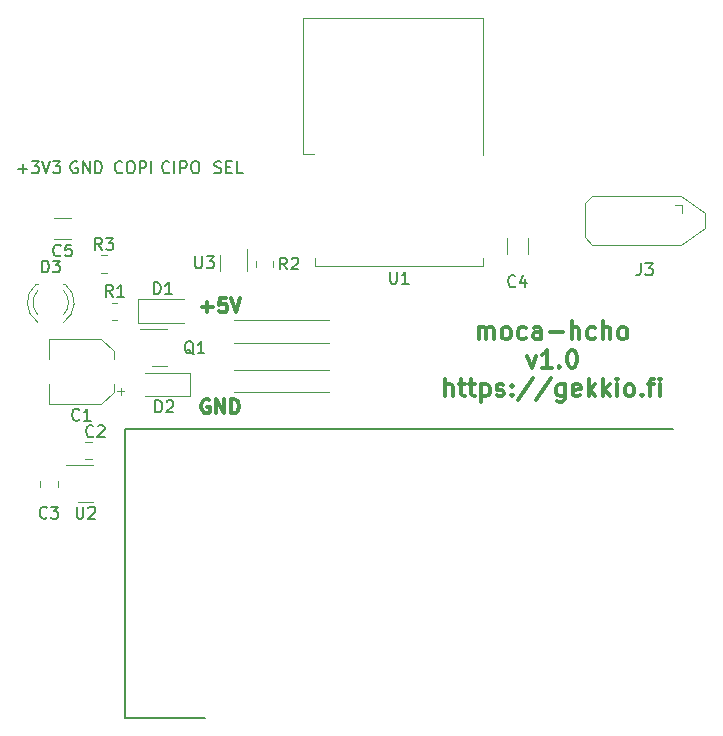
<source format=gbr>
%TF.GenerationSoftware,KiCad,Pcbnew,6.0.0-d3dd2cf0fa~116~ubuntu21.10.1*%
%TF.CreationDate,2022-01-01T15:31:35+02:00*%
%TF.ProjectId,moca-hcho,6d6f6361-2d68-4636-986f-2e6b69636164,v1.0*%
%TF.SameCoordinates,Original*%
%TF.FileFunction,Legend,Top*%
%TF.FilePolarity,Positive*%
%FSLAX46Y46*%
G04 Gerber Fmt 4.6, Leading zero omitted, Abs format (unit mm)*
G04 Created by KiCad (PCBNEW 6.0.0-d3dd2cf0fa~116~ubuntu21.10.1) date 2022-01-01 15:31:35*
%MOMM*%
%LPD*%
G01*
G04 APERTURE LIST*
%ADD10C,0.150000*%
%ADD11C,0.300000*%
%ADD12C,0.120000*%
G04 APERTURE END LIST*
D10*
X76800000Y-127200000D02*
X83600000Y-127200000D01*
X76800000Y-102800000D02*
X76800000Y-127200000D01*
X76800000Y-102800000D02*
X123200000Y-102800000D01*
D11*
X83935714Y-100300000D02*
X83821428Y-100242857D01*
X83650000Y-100242857D01*
X83478571Y-100300000D01*
X83364285Y-100414285D01*
X83307142Y-100528571D01*
X83250000Y-100757142D01*
X83250000Y-100928571D01*
X83307142Y-101157142D01*
X83364285Y-101271428D01*
X83478571Y-101385714D01*
X83650000Y-101442857D01*
X83764285Y-101442857D01*
X83935714Y-101385714D01*
X83992857Y-101328571D01*
X83992857Y-100928571D01*
X83764285Y-100928571D01*
X84507142Y-101442857D02*
X84507142Y-100242857D01*
X85192857Y-101442857D01*
X85192857Y-100242857D01*
X85764285Y-101442857D02*
X85764285Y-100242857D01*
X86050000Y-100242857D01*
X86221428Y-100300000D01*
X86335714Y-100414285D01*
X86392857Y-100528571D01*
X86450000Y-100757142D01*
X86450000Y-100928571D01*
X86392857Y-101157142D01*
X86335714Y-101271428D01*
X86221428Y-101385714D01*
X86050000Y-101442857D01*
X85764285Y-101442857D01*
D10*
X67738095Y-80721428D02*
X68500000Y-80721428D01*
X68119047Y-81102380D02*
X68119047Y-80340476D01*
X68880952Y-80102380D02*
X69500000Y-80102380D01*
X69166666Y-80483333D01*
X69309523Y-80483333D01*
X69404761Y-80530952D01*
X69452380Y-80578571D01*
X69500000Y-80673809D01*
X69500000Y-80911904D01*
X69452380Y-81007142D01*
X69404761Y-81054761D01*
X69309523Y-81102380D01*
X69023809Y-81102380D01*
X68928571Y-81054761D01*
X68880952Y-81007142D01*
X69785714Y-80102380D02*
X70119047Y-81102380D01*
X70452380Y-80102380D01*
X70690476Y-80102380D02*
X71309523Y-80102380D01*
X70976190Y-80483333D01*
X71119047Y-80483333D01*
X71214285Y-80530952D01*
X71261904Y-80578571D01*
X71309523Y-80673809D01*
X71309523Y-80911904D01*
X71261904Y-81007142D01*
X71214285Y-81054761D01*
X71119047Y-81102380D01*
X70833333Y-81102380D01*
X70738095Y-81054761D01*
X70690476Y-81007142D01*
X72738095Y-80150000D02*
X72642857Y-80102380D01*
X72500000Y-80102380D01*
X72357142Y-80150000D01*
X72261904Y-80245238D01*
X72214285Y-80340476D01*
X72166666Y-80530952D01*
X72166666Y-80673809D01*
X72214285Y-80864285D01*
X72261904Y-80959523D01*
X72357142Y-81054761D01*
X72500000Y-81102380D01*
X72595238Y-81102380D01*
X72738095Y-81054761D01*
X72785714Y-81007142D01*
X72785714Y-80673809D01*
X72595238Y-80673809D01*
X73214285Y-81102380D02*
X73214285Y-80102380D01*
X73785714Y-81102380D01*
X73785714Y-80102380D01*
X74261904Y-81102380D02*
X74261904Y-80102380D01*
X74500000Y-80102380D01*
X74642857Y-80150000D01*
X74738095Y-80245238D01*
X74785714Y-80340476D01*
X74833333Y-80530952D01*
X74833333Y-80673809D01*
X74785714Y-80864285D01*
X74738095Y-80959523D01*
X74642857Y-81054761D01*
X74500000Y-81102380D01*
X74261904Y-81102380D01*
X80547619Y-81007142D02*
X80500000Y-81054761D01*
X80357142Y-81102380D01*
X80261904Y-81102380D01*
X80119047Y-81054761D01*
X80023809Y-80959523D01*
X79976190Y-80864285D01*
X79928571Y-80673809D01*
X79928571Y-80530952D01*
X79976190Y-80340476D01*
X80023809Y-80245238D01*
X80119047Y-80150000D01*
X80261904Y-80102380D01*
X80357142Y-80102380D01*
X80500000Y-80150000D01*
X80547619Y-80197619D01*
X80976190Y-81102380D02*
X80976190Y-80102380D01*
X81452380Y-81102380D02*
X81452380Y-80102380D01*
X81833333Y-80102380D01*
X81928571Y-80150000D01*
X81976190Y-80197619D01*
X82023809Y-80292857D01*
X82023809Y-80435714D01*
X81976190Y-80530952D01*
X81928571Y-80578571D01*
X81833333Y-80626190D01*
X81452380Y-80626190D01*
X82642857Y-80102380D02*
X82833333Y-80102380D01*
X82928571Y-80150000D01*
X83023809Y-80245238D01*
X83071428Y-80435714D01*
X83071428Y-80769047D01*
X83023809Y-80959523D01*
X82928571Y-81054761D01*
X82833333Y-81102380D01*
X82642857Y-81102380D01*
X82547619Y-81054761D01*
X82452380Y-80959523D01*
X82404761Y-80769047D01*
X82404761Y-80435714D01*
X82452380Y-80245238D01*
X82547619Y-80150000D01*
X82642857Y-80102380D01*
D11*
X106750000Y-95163571D02*
X106750000Y-94163571D01*
X106750000Y-94306428D02*
X106821428Y-94235000D01*
X106964285Y-94163571D01*
X107178571Y-94163571D01*
X107321428Y-94235000D01*
X107392857Y-94377857D01*
X107392857Y-95163571D01*
X107392857Y-94377857D02*
X107464285Y-94235000D01*
X107607142Y-94163571D01*
X107821428Y-94163571D01*
X107964285Y-94235000D01*
X108035714Y-94377857D01*
X108035714Y-95163571D01*
X108964285Y-95163571D02*
X108821428Y-95092142D01*
X108750000Y-95020714D01*
X108678571Y-94877857D01*
X108678571Y-94449285D01*
X108750000Y-94306428D01*
X108821428Y-94235000D01*
X108964285Y-94163571D01*
X109178571Y-94163571D01*
X109321428Y-94235000D01*
X109392857Y-94306428D01*
X109464285Y-94449285D01*
X109464285Y-94877857D01*
X109392857Y-95020714D01*
X109321428Y-95092142D01*
X109178571Y-95163571D01*
X108964285Y-95163571D01*
X110750000Y-95092142D02*
X110607142Y-95163571D01*
X110321428Y-95163571D01*
X110178571Y-95092142D01*
X110107142Y-95020714D01*
X110035714Y-94877857D01*
X110035714Y-94449285D01*
X110107142Y-94306428D01*
X110178571Y-94235000D01*
X110321428Y-94163571D01*
X110607142Y-94163571D01*
X110750000Y-94235000D01*
X112035714Y-95163571D02*
X112035714Y-94377857D01*
X111964285Y-94235000D01*
X111821428Y-94163571D01*
X111535714Y-94163571D01*
X111392857Y-94235000D01*
X112035714Y-95092142D02*
X111892857Y-95163571D01*
X111535714Y-95163571D01*
X111392857Y-95092142D01*
X111321428Y-94949285D01*
X111321428Y-94806428D01*
X111392857Y-94663571D01*
X111535714Y-94592142D01*
X111892857Y-94592142D01*
X112035714Y-94520714D01*
X112750000Y-94592142D02*
X113892857Y-94592142D01*
X114607142Y-95163571D02*
X114607142Y-93663571D01*
X115250000Y-95163571D02*
X115250000Y-94377857D01*
X115178571Y-94235000D01*
X115035714Y-94163571D01*
X114821428Y-94163571D01*
X114678571Y-94235000D01*
X114607142Y-94306428D01*
X116607142Y-95092142D02*
X116464285Y-95163571D01*
X116178571Y-95163571D01*
X116035714Y-95092142D01*
X115964285Y-95020714D01*
X115892857Y-94877857D01*
X115892857Y-94449285D01*
X115964285Y-94306428D01*
X116035714Y-94235000D01*
X116178571Y-94163571D01*
X116464285Y-94163571D01*
X116607142Y-94235000D01*
X117250000Y-95163571D02*
X117250000Y-93663571D01*
X117892857Y-95163571D02*
X117892857Y-94377857D01*
X117821428Y-94235000D01*
X117678571Y-94163571D01*
X117464285Y-94163571D01*
X117321428Y-94235000D01*
X117250000Y-94306428D01*
X118821428Y-95163571D02*
X118678571Y-95092142D01*
X118607142Y-95020714D01*
X118535714Y-94877857D01*
X118535714Y-94449285D01*
X118607142Y-94306428D01*
X118678571Y-94235000D01*
X118821428Y-94163571D01*
X119035714Y-94163571D01*
X119178571Y-94235000D01*
X119250000Y-94306428D01*
X119321428Y-94449285D01*
X119321428Y-94877857D01*
X119250000Y-95020714D01*
X119178571Y-95092142D01*
X119035714Y-95163571D01*
X118821428Y-95163571D01*
X110857142Y-96578571D02*
X111214285Y-97578571D01*
X111571428Y-96578571D01*
X112928571Y-97578571D02*
X112071428Y-97578571D01*
X112500000Y-97578571D02*
X112500000Y-96078571D01*
X112357142Y-96292857D01*
X112214285Y-96435714D01*
X112071428Y-96507142D01*
X113571428Y-97435714D02*
X113642857Y-97507142D01*
X113571428Y-97578571D01*
X113500000Y-97507142D01*
X113571428Y-97435714D01*
X113571428Y-97578571D01*
X114571428Y-96078571D02*
X114714285Y-96078571D01*
X114857142Y-96150000D01*
X114928571Y-96221428D01*
X115000000Y-96364285D01*
X115071428Y-96650000D01*
X115071428Y-97007142D01*
X115000000Y-97292857D01*
X114928571Y-97435714D01*
X114857142Y-97507142D01*
X114714285Y-97578571D01*
X114571428Y-97578571D01*
X114428571Y-97507142D01*
X114357142Y-97435714D01*
X114285714Y-97292857D01*
X114214285Y-97007142D01*
X114214285Y-96650000D01*
X114285714Y-96364285D01*
X114357142Y-96221428D01*
X114428571Y-96150000D01*
X114571428Y-96078571D01*
X103892857Y-99993571D02*
X103892857Y-98493571D01*
X104535714Y-99993571D02*
X104535714Y-99207857D01*
X104464285Y-99065000D01*
X104321428Y-98993571D01*
X104107142Y-98993571D01*
X103964285Y-99065000D01*
X103892857Y-99136428D01*
X105035714Y-98993571D02*
X105607142Y-98993571D01*
X105250000Y-98493571D02*
X105250000Y-99779285D01*
X105321428Y-99922142D01*
X105464285Y-99993571D01*
X105607142Y-99993571D01*
X105892857Y-98993571D02*
X106464285Y-98993571D01*
X106107142Y-98493571D02*
X106107142Y-99779285D01*
X106178571Y-99922142D01*
X106321428Y-99993571D01*
X106464285Y-99993571D01*
X106964285Y-98993571D02*
X106964285Y-100493571D01*
X106964285Y-99065000D02*
X107107142Y-98993571D01*
X107392857Y-98993571D01*
X107535714Y-99065000D01*
X107607142Y-99136428D01*
X107678571Y-99279285D01*
X107678571Y-99707857D01*
X107607142Y-99850714D01*
X107535714Y-99922142D01*
X107392857Y-99993571D01*
X107107142Y-99993571D01*
X106964285Y-99922142D01*
X108250000Y-99922142D02*
X108392857Y-99993571D01*
X108678571Y-99993571D01*
X108821428Y-99922142D01*
X108892857Y-99779285D01*
X108892857Y-99707857D01*
X108821428Y-99565000D01*
X108678571Y-99493571D01*
X108464285Y-99493571D01*
X108321428Y-99422142D01*
X108250000Y-99279285D01*
X108250000Y-99207857D01*
X108321428Y-99065000D01*
X108464285Y-98993571D01*
X108678571Y-98993571D01*
X108821428Y-99065000D01*
X109535714Y-99850714D02*
X109607142Y-99922142D01*
X109535714Y-99993571D01*
X109464285Y-99922142D01*
X109535714Y-99850714D01*
X109535714Y-99993571D01*
X109535714Y-99065000D02*
X109607142Y-99136428D01*
X109535714Y-99207857D01*
X109464285Y-99136428D01*
X109535714Y-99065000D01*
X109535714Y-99207857D01*
X111321428Y-98422142D02*
X110035714Y-100350714D01*
X112892857Y-98422142D02*
X111607142Y-100350714D01*
X114035714Y-98993571D02*
X114035714Y-100207857D01*
X113964285Y-100350714D01*
X113892857Y-100422142D01*
X113750000Y-100493571D01*
X113535714Y-100493571D01*
X113392857Y-100422142D01*
X114035714Y-99922142D02*
X113892857Y-99993571D01*
X113607142Y-99993571D01*
X113464285Y-99922142D01*
X113392857Y-99850714D01*
X113321428Y-99707857D01*
X113321428Y-99279285D01*
X113392857Y-99136428D01*
X113464285Y-99065000D01*
X113607142Y-98993571D01*
X113892857Y-98993571D01*
X114035714Y-99065000D01*
X115321428Y-99922142D02*
X115178571Y-99993571D01*
X114892857Y-99993571D01*
X114750000Y-99922142D01*
X114678571Y-99779285D01*
X114678571Y-99207857D01*
X114750000Y-99065000D01*
X114892857Y-98993571D01*
X115178571Y-98993571D01*
X115321428Y-99065000D01*
X115392857Y-99207857D01*
X115392857Y-99350714D01*
X114678571Y-99493571D01*
X116035714Y-99993571D02*
X116035714Y-98493571D01*
X116178571Y-99422142D02*
X116607142Y-99993571D01*
X116607142Y-98993571D02*
X116035714Y-99565000D01*
X117250000Y-99993571D02*
X117250000Y-98493571D01*
X117392857Y-99422142D02*
X117821428Y-99993571D01*
X117821428Y-98993571D02*
X117250000Y-99565000D01*
X118464285Y-99993571D02*
X118464285Y-98993571D01*
X118464285Y-98493571D02*
X118392857Y-98565000D01*
X118464285Y-98636428D01*
X118535714Y-98565000D01*
X118464285Y-98493571D01*
X118464285Y-98636428D01*
X119392857Y-99993571D02*
X119250000Y-99922142D01*
X119178571Y-99850714D01*
X119107142Y-99707857D01*
X119107142Y-99279285D01*
X119178571Y-99136428D01*
X119250000Y-99065000D01*
X119392857Y-98993571D01*
X119607142Y-98993571D01*
X119750000Y-99065000D01*
X119821428Y-99136428D01*
X119892857Y-99279285D01*
X119892857Y-99707857D01*
X119821428Y-99850714D01*
X119750000Y-99922142D01*
X119607142Y-99993571D01*
X119392857Y-99993571D01*
X120535714Y-99850714D02*
X120607142Y-99922142D01*
X120535714Y-99993571D01*
X120464285Y-99922142D01*
X120535714Y-99850714D01*
X120535714Y-99993571D01*
X121035714Y-98993571D02*
X121607142Y-98993571D01*
X121250000Y-99993571D02*
X121250000Y-98707857D01*
X121321428Y-98565000D01*
X121464285Y-98493571D01*
X121607142Y-98493571D01*
X122107142Y-99993571D02*
X122107142Y-98993571D01*
X122107142Y-98493571D02*
X122035714Y-98565000D01*
X122107142Y-98636428D01*
X122178571Y-98565000D01*
X122107142Y-98493571D01*
X122107142Y-98636428D01*
D10*
X84357142Y-81054761D02*
X84500000Y-81102380D01*
X84738095Y-81102380D01*
X84833333Y-81054761D01*
X84880952Y-81007142D01*
X84928571Y-80911904D01*
X84928571Y-80816666D01*
X84880952Y-80721428D01*
X84833333Y-80673809D01*
X84738095Y-80626190D01*
X84547619Y-80578571D01*
X84452380Y-80530952D01*
X84404761Y-80483333D01*
X84357142Y-80388095D01*
X84357142Y-80292857D01*
X84404761Y-80197619D01*
X84452380Y-80150000D01*
X84547619Y-80102380D01*
X84785714Y-80102380D01*
X84928571Y-80150000D01*
X85357142Y-80578571D02*
X85690476Y-80578571D01*
X85833333Y-81102380D02*
X85357142Y-81102380D01*
X85357142Y-80102380D01*
X85833333Y-80102380D01*
X86738095Y-81102380D02*
X86261904Y-81102380D01*
X86261904Y-80102380D01*
D11*
X83307142Y-92435714D02*
X84221428Y-92435714D01*
X83764285Y-92892857D02*
X83764285Y-91978571D01*
X85364285Y-91692857D02*
X84792857Y-91692857D01*
X84735714Y-92264285D01*
X84792857Y-92207142D01*
X84907142Y-92150000D01*
X85192857Y-92150000D01*
X85307142Y-92207142D01*
X85364285Y-92264285D01*
X85421428Y-92378571D01*
X85421428Y-92664285D01*
X85364285Y-92778571D01*
X85307142Y-92835714D01*
X85192857Y-92892857D01*
X84907142Y-92892857D01*
X84792857Y-92835714D01*
X84735714Y-92778571D01*
X85764285Y-91692857D02*
X86164285Y-92892857D01*
X86564285Y-91692857D01*
D10*
X76547619Y-81007142D02*
X76500000Y-81054761D01*
X76357142Y-81102380D01*
X76261904Y-81102380D01*
X76119047Y-81054761D01*
X76023809Y-80959523D01*
X75976190Y-80864285D01*
X75928571Y-80673809D01*
X75928571Y-80530952D01*
X75976190Y-80340476D01*
X76023809Y-80245238D01*
X76119047Y-80150000D01*
X76261904Y-80102380D01*
X76357142Y-80102380D01*
X76500000Y-80150000D01*
X76547619Y-80197619D01*
X77166666Y-80102380D02*
X77357142Y-80102380D01*
X77452380Y-80150000D01*
X77547619Y-80245238D01*
X77595238Y-80435714D01*
X77595238Y-80769047D01*
X77547619Y-80959523D01*
X77452380Y-81054761D01*
X77357142Y-81102380D01*
X77166666Y-81102380D01*
X77071428Y-81054761D01*
X76976190Y-80959523D01*
X76928571Y-80769047D01*
X76928571Y-80435714D01*
X76976190Y-80245238D01*
X77071428Y-80150000D01*
X77166666Y-80102380D01*
X78023809Y-81102380D02*
X78023809Y-80102380D01*
X78404761Y-80102380D01*
X78500000Y-80150000D01*
X78547619Y-80197619D01*
X78595238Y-80292857D01*
X78595238Y-80435714D01*
X78547619Y-80530952D01*
X78500000Y-80578571D01*
X78404761Y-80626190D01*
X78023809Y-80626190D01*
X79023809Y-81102380D02*
X79023809Y-80102380D01*
%TO.C,C5*%
X71333333Y-88057142D02*
X71285714Y-88104761D01*
X71142857Y-88152380D01*
X71047619Y-88152380D01*
X70904761Y-88104761D01*
X70809523Y-88009523D01*
X70761904Y-87914285D01*
X70714285Y-87723809D01*
X70714285Y-87580952D01*
X70761904Y-87390476D01*
X70809523Y-87295238D01*
X70904761Y-87200000D01*
X71047619Y-87152380D01*
X71142857Y-87152380D01*
X71285714Y-87200000D01*
X71333333Y-87247619D01*
X72238095Y-87152380D02*
X71761904Y-87152380D01*
X71714285Y-87628571D01*
X71761904Y-87580952D01*
X71857142Y-87533333D01*
X72095238Y-87533333D01*
X72190476Y-87580952D01*
X72238095Y-87628571D01*
X72285714Y-87723809D01*
X72285714Y-87961904D01*
X72238095Y-88057142D01*
X72190476Y-88104761D01*
X72095238Y-88152380D01*
X71857142Y-88152380D01*
X71761904Y-88104761D01*
X71714285Y-88057142D01*
%TO.C,C2*%
X74107023Y-103357142D02*
X74059404Y-103404761D01*
X73916547Y-103452380D01*
X73821309Y-103452380D01*
X73678452Y-103404761D01*
X73583214Y-103309523D01*
X73535595Y-103214285D01*
X73487976Y-103023809D01*
X73487976Y-102880952D01*
X73535595Y-102690476D01*
X73583214Y-102595238D01*
X73678452Y-102500000D01*
X73821309Y-102452380D01*
X73916547Y-102452380D01*
X74059404Y-102500000D01*
X74107023Y-102547619D01*
X74487976Y-102547619D02*
X74535595Y-102500000D01*
X74630833Y-102452380D01*
X74868928Y-102452380D01*
X74964166Y-102500000D01*
X75011785Y-102547619D01*
X75059404Y-102642857D01*
X75059404Y-102738095D01*
X75011785Y-102880952D01*
X74440357Y-103452380D01*
X75059404Y-103452380D01*
%TO.C,D3*%
X69761904Y-89502380D02*
X69761904Y-88502380D01*
X70000000Y-88502380D01*
X70142857Y-88550000D01*
X70238095Y-88645238D01*
X70285714Y-88740476D01*
X70333333Y-88930952D01*
X70333333Y-89073809D01*
X70285714Y-89264285D01*
X70238095Y-89359523D01*
X70142857Y-89454761D01*
X70000000Y-89502380D01*
X69761904Y-89502380D01*
X70666666Y-88502380D02*
X71285714Y-88502380D01*
X70952380Y-88883333D01*
X71095238Y-88883333D01*
X71190476Y-88930952D01*
X71238095Y-88978571D01*
X71285714Y-89073809D01*
X71285714Y-89311904D01*
X71238095Y-89407142D01*
X71190476Y-89454761D01*
X71095238Y-89502380D01*
X70809523Y-89502380D01*
X70714285Y-89454761D01*
X70666666Y-89407142D01*
%TO.C,U2*%
X72688095Y-109352380D02*
X72688095Y-110161904D01*
X72735714Y-110257142D01*
X72783333Y-110304761D01*
X72878571Y-110352380D01*
X73069047Y-110352380D01*
X73164285Y-110304761D01*
X73211904Y-110257142D01*
X73259523Y-110161904D01*
X73259523Y-109352380D01*
X73688095Y-109447619D02*
X73735714Y-109400000D01*
X73830952Y-109352380D01*
X74069047Y-109352380D01*
X74164285Y-109400000D01*
X74211904Y-109447619D01*
X74259523Y-109542857D01*
X74259523Y-109638095D01*
X74211904Y-109780952D01*
X73640476Y-110352380D01*
X74259523Y-110352380D01*
%TO.C,C1*%
X72933333Y-101957142D02*
X72885714Y-102004761D01*
X72742857Y-102052380D01*
X72647619Y-102052380D01*
X72504761Y-102004761D01*
X72409523Y-101909523D01*
X72361904Y-101814285D01*
X72314285Y-101623809D01*
X72314285Y-101480952D01*
X72361904Y-101290476D01*
X72409523Y-101195238D01*
X72504761Y-101100000D01*
X72647619Y-101052380D01*
X72742857Y-101052380D01*
X72885714Y-101100000D01*
X72933333Y-101147619D01*
X73885714Y-102052380D02*
X73314285Y-102052380D01*
X73600000Y-102052380D02*
X73600000Y-101052380D01*
X73504761Y-101195238D01*
X73409523Y-101290476D01*
X73314285Y-101338095D01*
%TO.C,J3*%
X120466666Y-88752380D02*
X120466666Y-89466666D01*
X120419047Y-89609523D01*
X120323809Y-89704761D01*
X120180952Y-89752380D01*
X120085714Y-89752380D01*
X120847619Y-88752380D02*
X121466666Y-88752380D01*
X121133333Y-89133333D01*
X121276190Y-89133333D01*
X121371428Y-89180952D01*
X121419047Y-89228571D01*
X121466666Y-89323809D01*
X121466666Y-89561904D01*
X121419047Y-89657142D01*
X121371428Y-89704761D01*
X121276190Y-89752380D01*
X120990476Y-89752380D01*
X120895238Y-89704761D01*
X120847619Y-89657142D01*
%TO.C,U1*%
X99238095Y-89452380D02*
X99238095Y-90261904D01*
X99285714Y-90357142D01*
X99333333Y-90404761D01*
X99428571Y-90452380D01*
X99619047Y-90452380D01*
X99714285Y-90404761D01*
X99761904Y-90357142D01*
X99809523Y-90261904D01*
X99809523Y-89452380D01*
X100809523Y-90452380D02*
X100238095Y-90452380D01*
X100523809Y-90452380D02*
X100523809Y-89452380D01*
X100428571Y-89595238D01*
X100333333Y-89690476D01*
X100238095Y-89738095D01*
%TO.C,R3*%
X74833333Y-87602380D02*
X74500000Y-87126190D01*
X74261904Y-87602380D02*
X74261904Y-86602380D01*
X74642857Y-86602380D01*
X74738095Y-86650000D01*
X74785714Y-86697619D01*
X74833333Y-86792857D01*
X74833333Y-86935714D01*
X74785714Y-87030952D01*
X74738095Y-87078571D01*
X74642857Y-87126190D01*
X74261904Y-87126190D01*
X75166666Y-86602380D02*
X75785714Y-86602380D01*
X75452380Y-86983333D01*
X75595238Y-86983333D01*
X75690476Y-87030952D01*
X75738095Y-87078571D01*
X75785714Y-87173809D01*
X75785714Y-87411904D01*
X75738095Y-87507142D01*
X75690476Y-87554761D01*
X75595238Y-87602380D01*
X75309523Y-87602380D01*
X75214285Y-87554761D01*
X75166666Y-87507142D01*
%TO.C,D2*%
X79361904Y-101352380D02*
X79361904Y-100352380D01*
X79600000Y-100352380D01*
X79742857Y-100400000D01*
X79838095Y-100495238D01*
X79885714Y-100590476D01*
X79933333Y-100780952D01*
X79933333Y-100923809D01*
X79885714Y-101114285D01*
X79838095Y-101209523D01*
X79742857Y-101304761D01*
X79600000Y-101352380D01*
X79361904Y-101352380D01*
X80314285Y-100447619D02*
X80361904Y-100400000D01*
X80457142Y-100352380D01*
X80695238Y-100352380D01*
X80790476Y-100400000D01*
X80838095Y-100447619D01*
X80885714Y-100542857D01*
X80885714Y-100638095D01*
X80838095Y-100780952D01*
X80266666Y-101352380D01*
X80885714Y-101352380D01*
%TO.C,R2*%
X90507023Y-89252380D02*
X90173690Y-88776190D01*
X89935595Y-89252380D02*
X89935595Y-88252380D01*
X90316547Y-88252380D01*
X90411785Y-88300000D01*
X90459404Y-88347619D01*
X90507023Y-88442857D01*
X90507023Y-88585714D01*
X90459404Y-88680952D01*
X90411785Y-88728571D01*
X90316547Y-88776190D01*
X89935595Y-88776190D01*
X90887976Y-88347619D02*
X90935595Y-88300000D01*
X91030833Y-88252380D01*
X91268928Y-88252380D01*
X91364166Y-88300000D01*
X91411785Y-88347619D01*
X91459404Y-88442857D01*
X91459404Y-88538095D01*
X91411785Y-88680952D01*
X90840357Y-89252380D01*
X91459404Y-89252380D01*
%TO.C,Q1*%
X82602261Y-96447619D02*
X82507023Y-96400000D01*
X82411785Y-96304761D01*
X82268928Y-96161904D01*
X82173690Y-96114285D01*
X82078452Y-96114285D01*
X82126071Y-96352380D02*
X82030833Y-96304761D01*
X81935595Y-96209523D01*
X81887976Y-96019047D01*
X81887976Y-95685714D01*
X81935595Y-95495238D01*
X82030833Y-95400000D01*
X82126071Y-95352380D01*
X82316547Y-95352380D01*
X82411785Y-95400000D01*
X82507023Y-95495238D01*
X82554642Y-95685714D01*
X82554642Y-96019047D01*
X82507023Y-96209523D01*
X82411785Y-96304761D01*
X82316547Y-96352380D01*
X82126071Y-96352380D01*
X83507023Y-96352380D02*
X82935595Y-96352380D01*
X83221309Y-96352380D02*
X83221309Y-95352380D01*
X83126071Y-95495238D01*
X83030833Y-95590476D01*
X82935595Y-95638095D01*
%TO.C,C4*%
X109833333Y-90657142D02*
X109785714Y-90704761D01*
X109642857Y-90752380D01*
X109547619Y-90752380D01*
X109404761Y-90704761D01*
X109309523Y-90609523D01*
X109261904Y-90514285D01*
X109214285Y-90323809D01*
X109214285Y-90180952D01*
X109261904Y-89990476D01*
X109309523Y-89895238D01*
X109404761Y-89800000D01*
X109547619Y-89752380D01*
X109642857Y-89752380D01*
X109785714Y-89800000D01*
X109833333Y-89847619D01*
X110690476Y-90085714D02*
X110690476Y-90752380D01*
X110452380Y-89704761D02*
X110214285Y-90419047D01*
X110833333Y-90419047D01*
%TO.C,D1*%
X79234904Y-91347380D02*
X79234904Y-90347380D01*
X79473000Y-90347380D01*
X79615857Y-90395000D01*
X79711095Y-90490238D01*
X79758714Y-90585476D01*
X79806333Y-90775952D01*
X79806333Y-90918809D01*
X79758714Y-91109285D01*
X79711095Y-91204523D01*
X79615857Y-91299761D01*
X79473000Y-91347380D01*
X79234904Y-91347380D01*
X80758714Y-91347380D02*
X80187285Y-91347380D01*
X80473000Y-91347380D02*
X80473000Y-90347380D01*
X80377761Y-90490238D01*
X80282523Y-90585476D01*
X80187285Y-90633095D01*
%TO.C,C3*%
X70183333Y-110257142D02*
X70135714Y-110304761D01*
X69992857Y-110352380D01*
X69897619Y-110352380D01*
X69754761Y-110304761D01*
X69659523Y-110209523D01*
X69611904Y-110114285D01*
X69564285Y-109923809D01*
X69564285Y-109780952D01*
X69611904Y-109590476D01*
X69659523Y-109495238D01*
X69754761Y-109400000D01*
X69897619Y-109352380D01*
X69992857Y-109352380D01*
X70135714Y-109400000D01*
X70183333Y-109447619D01*
X70516666Y-109352380D02*
X71135714Y-109352380D01*
X70802380Y-109733333D01*
X70945238Y-109733333D01*
X71040476Y-109780952D01*
X71088095Y-109828571D01*
X71135714Y-109923809D01*
X71135714Y-110161904D01*
X71088095Y-110257142D01*
X71040476Y-110304761D01*
X70945238Y-110352380D01*
X70659523Y-110352380D01*
X70564285Y-110304761D01*
X70516666Y-110257142D01*
%TO.C,R1*%
X75745833Y-91552380D02*
X75412500Y-91076190D01*
X75174404Y-91552380D02*
X75174404Y-90552380D01*
X75555357Y-90552380D01*
X75650595Y-90600000D01*
X75698214Y-90647619D01*
X75745833Y-90742857D01*
X75745833Y-90885714D01*
X75698214Y-90980952D01*
X75650595Y-91028571D01*
X75555357Y-91076190D01*
X75174404Y-91076190D01*
X76698214Y-91552380D02*
X76126785Y-91552380D01*
X76412500Y-91552380D02*
X76412500Y-90552380D01*
X76317261Y-90695238D01*
X76222023Y-90790476D01*
X76126785Y-90838095D01*
%TO.C,U3*%
X82740595Y-88152380D02*
X82740595Y-88961904D01*
X82788214Y-89057142D01*
X82835833Y-89104761D01*
X82931071Y-89152380D01*
X83121547Y-89152380D01*
X83216785Y-89104761D01*
X83264404Y-89057142D01*
X83312023Y-88961904D01*
X83312023Y-88152380D01*
X83692976Y-88152380D02*
X84312023Y-88152380D01*
X83978690Y-88533333D01*
X84121547Y-88533333D01*
X84216785Y-88580952D01*
X84264404Y-88628571D01*
X84312023Y-88723809D01*
X84312023Y-88961904D01*
X84264404Y-89057142D01*
X84216785Y-89104761D01*
X84121547Y-89152380D01*
X83835833Y-89152380D01*
X83740595Y-89104761D01*
X83692976Y-89057142D01*
D12*
%TO.C,C5*%
X70813748Y-84890000D02*
X72236252Y-84890000D01*
X70813748Y-86710000D02*
X72236252Y-86710000D01*
%TO.C,C2*%
X73961252Y-105335000D02*
X73438748Y-105335000D01*
X73961252Y-103865000D02*
X73438748Y-103865000D01*
%TO.C,D3*%
X69420000Y-90510000D02*
X69264000Y-90510000D01*
X71736000Y-90510000D02*
X71580000Y-90510000D01*
X71579837Y-93111130D02*
G75*
G03*
X71580000Y-91029039I-1079837J1041130D01*
G01*
X69264484Y-90510000D02*
G75*
G03*
X69421392Y-93742335I1235517J-1560000D01*
G01*
X69420000Y-91029039D02*
G75*
G03*
X69420163Y-93111130I1080000J-1040961D01*
G01*
X71578608Y-93742335D02*
G75*
G03*
X71735516Y-90510000I-1078609J1672335D01*
G01*
%TO.C,U2*%
X73462500Y-105840000D02*
X71787500Y-105840000D01*
X73462500Y-108960000D02*
X72812500Y-108960000D01*
X73462500Y-105840000D02*
X74112500Y-105840000D01*
X73462500Y-108960000D02*
X74112500Y-108960000D01*
%TO.C,C1*%
X74795563Y-95140000D02*
X70340000Y-95140000D01*
X75860000Y-99595563D02*
X74795563Y-100660000D01*
X70340000Y-100660000D02*
X70340000Y-98960000D01*
X76412500Y-99897500D02*
X76412500Y-99272500D01*
X70340000Y-95140000D02*
X70340000Y-96840000D01*
X75860000Y-96204437D02*
X75860000Y-96840000D01*
X76725000Y-99585000D02*
X76100000Y-99585000D01*
X75860000Y-99595563D02*
X75860000Y-98960000D01*
X75860000Y-96204437D02*
X74795563Y-95140000D01*
X74795563Y-100660000D02*
X70340000Y-100660000D01*
%TO.C,J3*%
X116320000Y-87150000D02*
X115720000Y-86550000D01*
X125880000Y-84450000D02*
X125880000Y-85750000D01*
X116320000Y-83050000D02*
X123900000Y-83050000D01*
X116320000Y-83050000D02*
X115720000Y-83650000D01*
X123900000Y-83050000D02*
X125880000Y-84450000D01*
X123900000Y-87150000D02*
X116320000Y-87150000D01*
X115720000Y-86550000D02*
X115720000Y-83650000D01*
X123340000Y-83830000D02*
X123975000Y-83830000D01*
X123975000Y-83830000D02*
X123975000Y-84465000D01*
X125880000Y-85750000D02*
X123900000Y-87150000D01*
%TO.C,U1*%
X92900000Y-89000000D02*
X107100000Y-89000000D01*
X107100000Y-89000000D02*
X107100000Y-88300000D01*
X107100000Y-68000000D02*
X91900000Y-68000000D01*
X92900000Y-89000000D02*
X92900000Y-88300000D01*
X91900000Y-79500000D02*
X92800000Y-79500000D01*
X107100000Y-68000000D02*
X107100000Y-79600000D01*
X91900000Y-68000000D02*
X91900000Y-79500000D01*
%TO.C,J1*%
X85995000Y-97740000D02*
X94050000Y-97740000D01*
X85995000Y-95460000D02*
X94050000Y-95460000D01*
X85995000Y-93540000D02*
X94050000Y-93540000D01*
X85995000Y-99660000D02*
X94050000Y-99660000D01*
%TO.C,R3*%
X74772936Y-88065000D02*
X75227064Y-88065000D01*
X74772936Y-89535000D02*
X75227064Y-89535000D01*
%TO.C,D2*%
X82300000Y-100000000D02*
X78450000Y-100000000D01*
X82300000Y-98000000D02*
X78450000Y-98000000D01*
X82300000Y-100000000D02*
X82300000Y-98000000D01*
%TO.C,R2*%
X89335000Y-88560436D02*
X89335000Y-89014564D01*
X87865000Y-88560436D02*
X87865000Y-89014564D01*
%TO.C,Q1*%
X79700000Y-97460000D02*
X79050000Y-97460000D01*
X79700000Y-94340000D02*
X78025000Y-94340000D01*
X79700000Y-97460000D02*
X80350000Y-97460000D01*
X79700000Y-94340000D02*
X80350000Y-94340000D01*
%TO.C,C4*%
X110910000Y-87986252D02*
X110910000Y-86563748D01*
X109090000Y-87986252D02*
X109090000Y-86563748D01*
%TO.C,D1*%
X77900000Y-91800000D02*
X77900000Y-93800000D01*
X77900000Y-91800000D02*
X81750000Y-91800000D01*
X77900000Y-93800000D02*
X81750000Y-93800000D01*
%TO.C,C3*%
X69627500Y-107661252D02*
X69627500Y-107138748D01*
X71097500Y-107661252D02*
X71097500Y-107138748D01*
%TO.C,R1*%
X76139564Y-93535000D02*
X75685436Y-93535000D01*
X76139564Y-92065000D02*
X75685436Y-92065000D01*
%TO.C,U3*%
X87160000Y-89400000D02*
X87160000Y-87500000D01*
X84840000Y-88000000D02*
X84840000Y-89400000D01*
%TD*%
M02*

</source>
